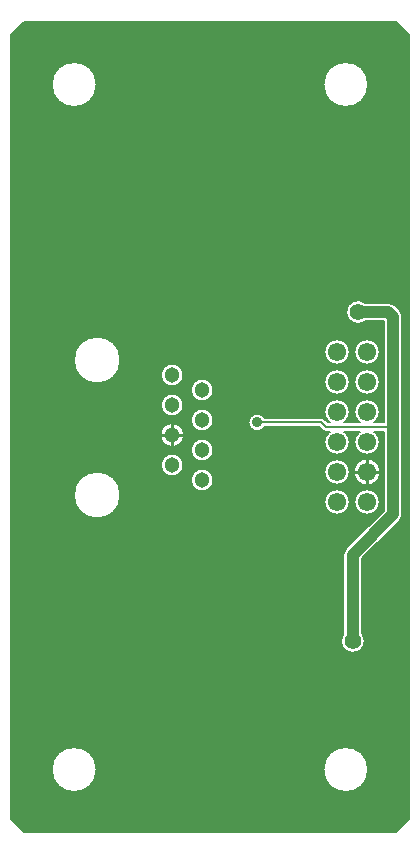
<source format=gbr>
G04 DesignSpark PCB PRO Gerber Version 10.0 Build 5299*
G04 #@! TF.Part,Single*
G04 #@! TF.FileFunction,Copper,L2,Bot*
G04 #@! TF.FilePolarity,Positive*
%FSLAX36Y36*%
%MOIN*%
%ADD18C,0.00787*%
%ADD112C,0.01000*%
G04 #@! TA.AperFunction,ViaPad*
%ADD116C,0.03543*%
G04 #@! TD.AperFunction*
%ADD23C,0.03937*%
G04 #@! TA.AperFunction,ComponentPad*
%ADD74C,0.05130*%
G04 #@! TA.AperFunction,ViaPad*
%ADD117C,0.05600*%
G04 #@! TA.AperFunction,ComponentPad*
%ADD119C,0.06102*%
G04 #@! TD.AperFunction*
X0Y0D02*
D02*
D18*
X69744Y2689839D02*
Y73941D01*
X113311Y30374D01*
X1351256D01*
X1394823Y73941D01*
Y2689839D01*
X1351256Y2733406D01*
X113311D01*
X69744Y2689839D01*
X204724Y240157D02*
G75*
G02*
X354331I74803J0D01*
G01*
G75*
G02*
X204724I-74803J0D01*
G01*
Y2523622D02*
G75*
G02*
X354331I74803J0D01*
G01*
G75*
G02*
X204724I-74803J0D01*
G01*
X278543Y1155079D02*
G75*
G02*
X434055I77756J0D01*
G01*
G75*
G02*
X278543I-77756J0D01*
G01*
Y1605157D02*
G75*
G02*
X434055I77756J0D01*
G01*
G75*
G02*
X278543I-77756J0D01*
G01*
X566713Y1355118D02*
G75*
G02*
X645886I39587J0D01*
G01*
G75*
G02*
X566713I-39587J0D01*
G01*
X568839Y1255118D02*
G75*
G02*
X643760I37461J0D01*
G01*
G75*
G02*
X568839I-37461J0D01*
G01*
Y1455118D02*
G75*
G02*
X643760I37461J0D01*
G01*
G75*
G02*
X568839I-37461J0D01*
G01*
Y1555118D02*
G75*
G02*
X643760I37461J0D01*
G01*
G75*
G02*
X568839I-37461J0D01*
G01*
X668839Y1205118D02*
G75*
G02*
X743760I37461J0D01*
G01*
G75*
G02*
X668839I-37461J0D01*
G01*
Y1305118D02*
G75*
G02*
X743760I37461J0D01*
G01*
G75*
G02*
X668839I-37461J0D01*
G01*
Y1405118D02*
G75*
G02*
X743760I37461J0D01*
G01*
G75*
G02*
X668839I-37461J0D01*
G01*
Y1505118D02*
G75*
G02*
X743760I37461J0D01*
G01*
G75*
G02*
X668839I-37461J0D01*
G01*
X1374016Y1749409D02*
G75*
G02*
Y1749398I-13268J-4D01*
G01*
G75*
G02*
Y1749366I-11953J-16D01*
G01*
Y1090551D01*
G75*
G02*
X1364764Y1068252I-31496J0D01*
G01*
X1240157Y943646D01*
Y693642D01*
G75*
G02*
X1248472Y669291I-31496J-24350D01*
G01*
G75*
G02*
X1168850I-39811J0D01*
G01*
G75*
G02*
X1177165Y693642I39811J0D01*
G01*
Y956693D01*
G75*
G02*
X1186417Y978992I31496J0D01*
G01*
X1311024Y1103598D01*
Y1366142D01*
X1280764D01*
G75*
G02*
X1298228Y1331890I-24858J-34256D01*
G01*
G75*
G02*
X1213583I-42323J0D01*
G01*
G75*
G02*
X1231047Y1366142I42323J-4D01*
G01*
X1180764D01*
G75*
G02*
X1198228Y1331890I-24858J-34256D01*
G01*
G75*
G02*
X1113583I-42323J0D01*
G01*
G75*
G02*
X1131047Y1366142I42323J-4D01*
G01*
X1118134D01*
G75*
G02*
X1106976Y1370756I-20J15748D01*
G01*
X1096272Y1381457D01*
X914740D01*
G75*
G02*
X860236Y1397205I-24976J15748D01*
G01*
G75*
G02*
X914740Y1412953I29528J0D01*
G01*
X1102772D01*
G75*
G02*
X1113929Y1408339I20J-15748D01*
G01*
X1124634Y1397638D01*
X1131047D01*
G75*
G02*
X1113583Y1431890I24858J34256D01*
G01*
G75*
G02*
X1198228I42323J0D01*
G01*
G75*
G02*
X1180764Y1397638I-42323J4D01*
G01*
X1231047D01*
G75*
G02*
X1213583Y1431890I24858J34256D01*
G01*
G75*
G02*
X1298228I42323J0D01*
G01*
G75*
G02*
X1280764Y1397638I-42323J4D01*
G01*
X1311024D01*
Y1733661D01*
X1250138D01*
G75*
G02*
X1185976Y1765157I-24350J31496D01*
G01*
G75*
G02*
X1250138Y1796654I39811J0D01*
G01*
X1326728D01*
G75*
G02*
X1349043Y1787429I43J-31496D01*
G01*
X1364791Y1771681D01*
G75*
G02*
X1374016Y1749409I-22272J-22272D01*
G01*
X1213583Y1531890D02*
G75*
G02*
X1298228I42323J0D01*
G01*
G75*
G02*
X1213583I-42323J0D01*
G01*
Y1631890D02*
G75*
G02*
X1298228I42323J0D01*
G01*
G75*
G02*
X1213583I-42323J0D01*
G01*
X1211457Y1231890D02*
G75*
G02*
X1300354I44449J0D01*
G01*
G75*
G02*
X1211457I-44449J0D01*
G01*
X1213583Y1131890D02*
G75*
G02*
X1298228I42323J0D01*
G01*
G75*
G02*
X1213583I-42323J0D01*
G01*
X1110236Y240157D02*
G75*
G02*
X1259843I74803J0D01*
G01*
G75*
G02*
X1110236I-74803J0D01*
G01*
X1113583Y1131890D02*
G75*
G02*
X1198228I42323J0D01*
G01*
G75*
G02*
X1113583I-42323J0D01*
G01*
Y1231890D02*
G75*
G02*
X1198228I42323J0D01*
G01*
G75*
G02*
X1113583I-42323J0D01*
G01*
X1110236Y2523622D02*
G75*
G02*
X1259843I74803J0D01*
G01*
G75*
G02*
X1110236I-74803J0D01*
G01*
X1113583Y1531890D02*
G75*
G02*
X1198228I42323J0D01*
G01*
G75*
G02*
X1113583I-42323J0D01*
G01*
Y1631890D02*
G75*
G02*
X1198228I42323J0D01*
G01*
G75*
G02*
X1113583I-42323J0D01*
G01*
X73681Y240157D02*
G36*
X73681Y240157D02*
Y70004D01*
X109374Y34311D01*
X1355193D01*
X1390886Y70004D01*
Y240157D01*
X1259843D01*
G75*
G02*
X1110236I-74803J0D01*
G01*
X354331D01*
G75*
G02*
X204724I-74803J0D01*
G01*
X73681D01*
G37*
Y1155079D02*
G36*
X73681Y1155079D02*
Y240157D01*
X204724D01*
G75*
G02*
X354331I74803J0D01*
G01*
X1110236D01*
G75*
G02*
X1259843I74803J0D01*
G01*
X1390886D01*
Y1155079D01*
X1374016D01*
Y1090551D01*
G75*
G02*
X1364764Y1068252I-31508J4D01*
G01*
X1240157Y943646D01*
Y693642D01*
G75*
G02*
X1248472Y669291I-31524J-24358D01*
G01*
G75*
G02*
X1168850I-39811J0D01*
G01*
G75*
G02*
X1177165Y693642I39839J-8D01*
G01*
Y956693D01*
G75*
G02*
X1186417Y978992I31508J-4D01*
G01*
X1311024Y1103598D01*
Y1155079D01*
X1291311D01*
G75*
G02*
X1298228Y1131890I-35406J-23189D01*
G01*
G75*
G02*
X1213583I-42323J0D01*
G01*
G75*
G02*
X1220500Y1155079I42323J0D01*
G01*
X1191311D01*
G75*
G02*
X1198228Y1131890I-35406J-23189D01*
G01*
G75*
G02*
X1113583I-42323J0D01*
G01*
G75*
G02*
X1120500Y1155079I42323J0D01*
G01*
X434055D01*
G75*
G02*
X278543I-77756J0D01*
G01*
X73681D01*
G37*
Y1205118D02*
G36*
X73681Y1205118D02*
Y1155079D01*
X278543D01*
G75*
G02*
X296783Y1205118I77756J0D01*
G01*
X73681D01*
G37*
X415815D02*
G36*
X415815Y1205118D02*
G75*
G02*
X434055Y1155079I-59516J-50039D01*
G01*
X1120500D01*
G75*
G02*
X1191311I35406J-23189D01*
G01*
X1220500D01*
G75*
G02*
X1291311I35406J-23189D01*
G01*
X1311024D01*
Y1205118D01*
X1291386D01*
G75*
G02*
X1220425I-35480J26772D01*
G01*
X1188685D01*
G75*
G02*
X1123126I-32780J26772D01*
G01*
X743760D01*
G75*
G02*
X668839I-37461J0D01*
G01*
X415815D01*
G37*
X1374016D02*
G36*
X1374016Y1205118D02*
Y1155079D01*
X1390886D01*
Y1205118D01*
X1374016D01*
G37*
X73681Y1255118D02*
G36*
X73681Y1255118D02*
Y1205118D01*
X296783D01*
G75*
G02*
X415815I59516J-50039D01*
G01*
X668839D01*
G75*
G02*
X743760I37461J0D01*
G01*
X1123126D01*
G75*
G02*
X1113583Y1231890I32780J26772D01*
G01*
G75*
G02*
X1120528Y1255118I42323J0D01*
G01*
X643760D01*
G75*
G02*
X568839I-37461J0D01*
G01*
X73681D01*
G37*
X1198228Y1231890D02*
G36*
X1198228Y1231890D02*
G75*
G02*
X1188685Y1205118I-42323J0D01*
G01*
X1220425D01*
G75*
G02*
X1211457Y1231890I35480J26776D01*
G01*
G75*
G02*
X1218008Y1255118I44449J0D01*
G01*
X1191283D01*
G75*
G02*
X1198228Y1231890I-35378J-23228D01*
G01*
G37*
X1300354D02*
G36*
X1300354Y1231890D02*
G75*
G02*
X1291386Y1205118I-44449J4D01*
G01*
X1311024D01*
Y1255118D01*
X1293803D01*
G75*
G02*
X1300354Y1231890I-37898J-23228D01*
G01*
G37*
X1374016Y1255118D02*
G36*
X1374016Y1255118D02*
Y1205118D01*
X1390886D01*
Y1255118D01*
X1374016D01*
G37*
X73681Y1305118D02*
G36*
X73681Y1305118D02*
Y1255118D01*
X568839D01*
G75*
G02*
X643760I37461J0D01*
G01*
X1120528D01*
G75*
G02*
X1191283I35378J-23228D01*
G01*
X1218008D01*
G75*
G02*
X1293803I37898J-23228D01*
G01*
X1311024D01*
Y1305118D01*
X1288685D01*
G75*
G02*
X1223126I-32780J26772D01*
G01*
X1188685D01*
G75*
G02*
X1123126I-32780J26772D01*
G01*
X743760D01*
G75*
G02*
X668839I-37461J0D01*
G01*
X73681D01*
G37*
X1374016D02*
G36*
X1374016Y1305118D02*
Y1255118D01*
X1390886D01*
Y1305118D01*
X1374016D01*
G37*
X73681Y1355118D02*
G36*
X73681Y1355118D02*
Y1305118D01*
X668839D01*
G75*
G02*
X743760I37461J0D01*
G01*
X1123126D01*
G75*
G02*
X1113583Y1331890I32780J26772D01*
G01*
G75*
G02*
X1120528Y1355118I42323J0D01*
G01*
X645886D01*
G75*
G02*
X566713I-39587J0D01*
G01*
X73681D01*
G37*
X1198228Y1331890D02*
G36*
X1198228Y1331890D02*
G75*
G02*
X1188685Y1305118I-42323J0D01*
G01*
X1223126D01*
G75*
G02*
X1213583Y1331890I32780J26772D01*
G01*
G75*
G02*
X1220528Y1355118I42323J0D01*
G01*
X1191283D01*
G75*
G02*
X1198228Y1331890I-35378J-23228D01*
G01*
G37*
X1298228D02*
G36*
X1298228Y1331890D02*
G75*
G02*
X1288685Y1305118I-42323J0D01*
G01*
X1311024D01*
Y1355118D01*
X1291283D01*
G75*
G02*
X1298228Y1331890I-35378J-23228D01*
G01*
G37*
X1374016Y1355118D02*
G36*
X1374016Y1355118D02*
Y1305118D01*
X1390886D01*
Y1355118D01*
X1374016D01*
G37*
X73681Y1405118D02*
G36*
X73681Y1405118D02*
Y1355118D01*
X566713D01*
G75*
G02*
X645886I39587J0D01*
G01*
X1120528D01*
G75*
G02*
X1131047Y1366142I35374J-23224D01*
G01*
X1118134D01*
G75*
G02*
X1106976Y1370756I-16J15760D01*
G01*
X1096272Y1381457D01*
X914740D01*
G75*
G02*
X860236Y1397205I-24976J15748D01*
G01*
G75*
G02*
X861315Y1405118I29528J4D01*
G01*
X743760D01*
G75*
G02*
X668839I-37461J0D01*
G01*
X73681D01*
G37*
X1123126D02*
G36*
X1123126Y1405118D02*
X1117150D01*
X1124634Y1397638D01*
X1131047D01*
G75*
G02*
X1123126Y1405118I24854J34256D01*
G01*
G37*
X1188685D02*
G36*
X1188685Y1405118D02*
G75*
G02*
X1180764Y1397638I-32776J26776D01*
G01*
X1231047D01*
G75*
G02*
X1223126Y1405118I24854J34256D01*
G01*
X1188685D01*
G37*
X1180764Y1366142D02*
G36*
X1180764Y1366142D02*
G75*
G02*
X1191283Y1355118I-24854J-34248D01*
G01*
X1220528D01*
G75*
G02*
X1231047Y1366142I35374J-23224D01*
G01*
X1180764D01*
G37*
X1288685Y1405118D02*
G36*
X1288685Y1405118D02*
G75*
G02*
X1280764Y1397638I-32776J26776D01*
G01*
X1311024D01*
Y1405118D01*
X1288685D01*
G37*
X1280764Y1366142D02*
G36*
X1280764Y1366142D02*
G75*
G02*
X1291283Y1355118I-24854J-34248D01*
G01*
X1311024D01*
Y1366142D01*
X1280764D01*
G37*
X1374016Y1405118D02*
G36*
X1374016Y1405118D02*
Y1355118D01*
X1390886D01*
Y1405118D01*
X1374016D01*
G37*
X73681Y1455118D02*
G36*
X73681Y1455118D02*
Y1405118D01*
X668839D01*
G75*
G02*
X743760I37461J0D01*
G01*
X861315D01*
G75*
G02*
X914740Y1412953I28449J-7913D01*
G01*
X1102772D01*
G75*
G02*
X1113929Y1408339I16J-15760D01*
G01*
X1117150Y1405118D01*
X1123126D01*
G75*
G02*
X1113583Y1431890I32776J26772D01*
G01*
G75*
G02*
X1120528Y1455118I42323J0D01*
G01*
X643760D01*
G75*
G02*
X568839I-37461J0D01*
G01*
X73681D01*
G37*
X1191283D02*
G36*
X1191283Y1455118D02*
G75*
G02*
X1198228Y1431890I-35378J-23228D01*
G01*
G75*
G02*
X1188685Y1405118I-42319J0D01*
G01*
X1223126D01*
G75*
G02*
X1213583Y1431890I32776J26772D01*
G01*
G75*
G02*
X1220528Y1455118I42323J0D01*
G01*
X1191283D01*
G37*
X1291283D02*
G36*
X1291283Y1455118D02*
G75*
G02*
X1298228Y1431890I-35378J-23228D01*
G01*
G75*
G02*
X1288685Y1405118I-42319J0D01*
G01*
X1311024D01*
Y1455118D01*
X1291283D01*
G37*
X1374016D02*
G36*
X1374016Y1455118D02*
Y1405118D01*
X1390886D01*
Y1455118D01*
X1374016D01*
G37*
X73681Y1505118D02*
G36*
X73681Y1505118D02*
Y1455118D01*
X568839D01*
G75*
G02*
X643760I37461J0D01*
G01*
X1120528D01*
G75*
G02*
X1191283I35378J-23228D01*
G01*
X1220528D01*
G75*
G02*
X1291283I35378J-23228D01*
G01*
X1311024D01*
Y1505118D01*
X1288685D01*
G75*
G02*
X1223126I-32780J26772D01*
G01*
X1188685D01*
G75*
G02*
X1123126I-32780J26772D01*
G01*
X743760D01*
G75*
G02*
X668839I-37461J0D01*
G01*
X73681D01*
G37*
X1374016D02*
G36*
X1374016Y1505118D02*
Y1455118D01*
X1390886D01*
Y1505118D01*
X1374016D01*
G37*
X73681Y1555118D02*
G36*
X73681Y1555118D02*
Y1505118D01*
X668839D01*
G75*
G02*
X743760I37461J0D01*
G01*
X1123126D01*
G75*
G02*
X1113583Y1531890I32780J26772D01*
G01*
G75*
G02*
X1120528Y1555118I42323J0D01*
G01*
X643760D01*
G75*
G02*
X568839I-37461J0D01*
G01*
X415815D01*
G75*
G02*
X296783I-59516J50039D01*
G01*
X73681D01*
G37*
X1198228Y1531890D02*
G36*
X1198228Y1531890D02*
G75*
G02*
X1188685Y1505118I-42323J0D01*
G01*
X1223126D01*
G75*
G02*
X1213583Y1531890I32780J26772D01*
G01*
G75*
G02*
X1220528Y1555118I42323J0D01*
G01*
X1191283D01*
G75*
G02*
X1198228Y1531890I-35378J-23228D01*
G01*
G37*
X1298228D02*
G36*
X1298228Y1531890D02*
G75*
G02*
X1288685Y1505118I-42323J0D01*
G01*
X1311024D01*
Y1555118D01*
X1291283D01*
G75*
G02*
X1298228Y1531890I-35378J-23228D01*
G01*
G37*
X1374016Y1555118D02*
G36*
X1374016Y1555118D02*
Y1505118D01*
X1390886D01*
Y1555118D01*
X1374016D01*
G37*
X73681Y1605157D02*
G36*
X73681Y1605157D02*
Y1555118D01*
X296783D01*
G75*
G02*
X278543Y1605157I59516J50039D01*
G01*
X73681D01*
G37*
X434055D02*
G36*
X434055Y1605157D02*
G75*
G02*
X415815Y1555118I-77756J0D01*
G01*
X568839D01*
G75*
G02*
X643760I37461J0D01*
G01*
X1120528D01*
G75*
G02*
X1191283I35378J-23228D01*
G01*
X1220528D01*
G75*
G02*
X1291283I35378J-23228D01*
G01*
X1311024D01*
Y1605157D01*
X1288717D01*
G75*
G02*
X1223094I-32811J26732D01*
G01*
X1188717D01*
G75*
G02*
X1123094I-32811J26732D01*
G01*
X434055D01*
G37*
X1374016D02*
G36*
X1374016Y1605157D02*
Y1555118D01*
X1390886D01*
Y1605157D01*
X1374016D01*
G37*
X73681Y2523622D02*
G36*
X73681Y2523622D02*
Y1605157D01*
X278543D01*
G75*
G02*
X434055I77756J0D01*
G01*
X1123094D01*
G75*
G02*
X1113583Y1631890I32811J26732D01*
G01*
G75*
G02*
X1198228I42323J0D01*
G01*
G75*
G02*
X1188717Y1605157I-42323J0D01*
G01*
X1223094D01*
G75*
G02*
X1213583Y1631890I32811J26732D01*
G01*
G75*
G02*
X1298228I42323J0D01*
G01*
G75*
G02*
X1288717Y1605157I-42323J0D01*
G01*
X1311024D01*
Y1733661D01*
X1250138D01*
G75*
G02*
X1185976Y1765157I-24350J31496D01*
G01*
G75*
G02*
X1250138Y1796654I39811J0D01*
G01*
X1326728D01*
G75*
G02*
X1349043Y1787429I35J-31516D01*
G01*
X1364791Y1771681D01*
G75*
G02*
X1374016Y1749413I-22268J-22268D01*
G01*
G75*
G02*
Y1749409I-56394J0D01*
G01*
Y1749398D01*
Y1749366D01*
Y1605157D01*
X1390886D01*
Y2523622D01*
X1259843D01*
G75*
G02*
X1110236I-74803J0D01*
G01*
X354331D01*
G75*
G02*
X204724I-74803J0D01*
G01*
X73681D01*
G37*
Y2693776D02*
G36*
X73681Y2693776D02*
Y2523622D01*
X204724D01*
G75*
G02*
X354331I74803J0D01*
G01*
X1110236D01*
G75*
G02*
X1259843I74803J0D01*
G01*
X1390886D01*
Y2693776D01*
X1355193Y2729469D01*
X109374D01*
X73681Y2693776D01*
G37*
X889764Y1397205D02*
X1102795D01*
X1118110Y1381890D01*
X1342520D01*
D02*
D23*
Y1090551D01*
X1208661Y956693D01*
Y669291D01*
X1342520Y1381890D02*
Y1749409D01*
X1326772Y1765157D01*
X1225787D01*
D02*
D74*
X606299Y1255118D03*
Y1355118D03*
Y1455118D03*
Y1555118D03*
X706299Y1205118D03*
Y1305118D03*
Y1405118D03*
Y1505118D03*
D02*
D112*
X585650Y1355118D02*
X565650D01*
X606299Y1334469D02*
Y1314469D01*
Y1375768D02*
Y1395768D01*
X626949Y1355118D02*
X646949D01*
X1230394Y1231890D02*
X1210394D01*
X1255906Y1206378D02*
Y1186378D01*
Y1257402D02*
Y1277402D01*
X1281417Y1231890D02*
X1301417D01*
D02*
D116*
X181102Y429134D03*
Y688976D03*
Y948819D03*
Y1208661D03*
X216535Y1811024D03*
X330709Y673228D03*
Y732283D03*
X334646Y161417D03*
X358268Y1767717D03*
X393701Y1370079D03*
X397638Y1881890D03*
Y2106299D03*
X452756Y1039370D03*
X492126Y1350394D03*
X531496Y692913D03*
X594488Y161417D03*
X598425Y618110D03*
X602362Y2503937D03*
X653543Y1751969D03*
X771654Y988189D03*
X818898Y2118110D03*
X854331Y161417D03*
Y2299213D03*
Y2444882D03*
X889764Y1397205D03*
X917323Y1720472D03*
X944882Y1015748D03*
X960630Y1649606D03*
X968504Y1515748D03*
X996063Y1720472D03*
X1027559Y523622D03*
X1043307Y2653543D03*
X1102362Y960630D03*
X1114173Y161417D03*
X1311024Y377953D03*
X1334646Y2283465D03*
D02*
D117*
X1208661Y669291D03*
X1225787Y1765157D03*
D02*
D119*
X1155906Y1131890D03*
Y1231890D03*
Y1331890D03*
Y1431890D03*
Y1531890D03*
Y1631890D03*
X1255906Y1131890D03*
Y1231890D03*
Y1331890D03*
Y1431890D03*
Y1531890D03*
Y1631890D03*
X0Y0D02*
M02*

</source>
